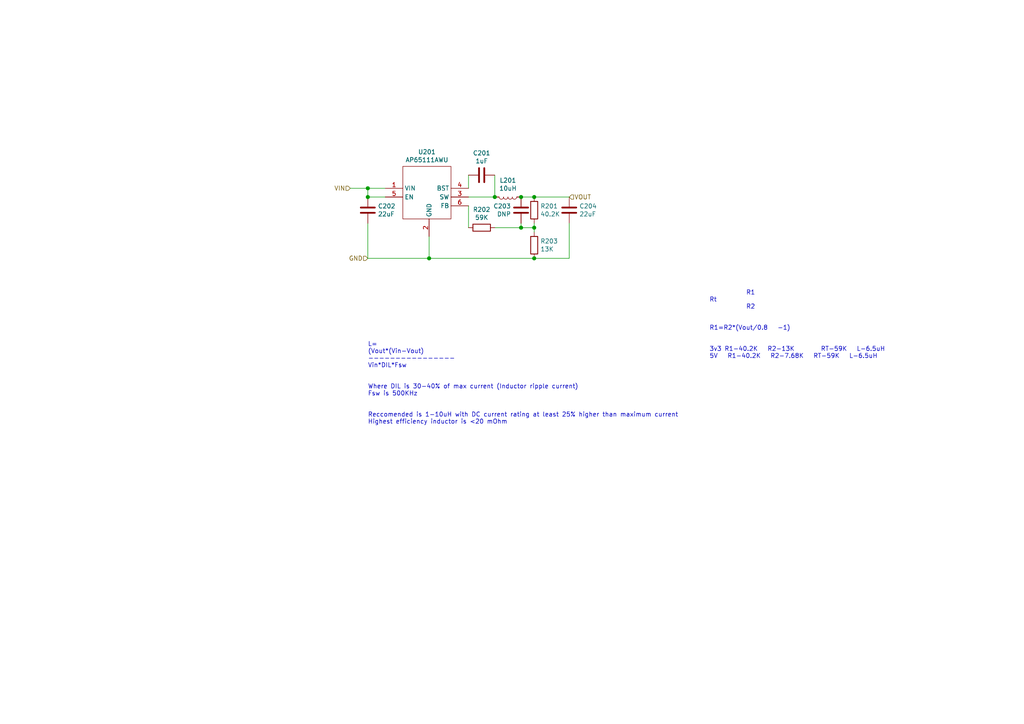
<source format=kicad_sch>
(kicad_sch (version 20220126) (generator eeschema)
  (paper "A4")
  (lib_symbols
    (symbol "AP65111:AP65111AWU"
      (property "Reference" "U" (at 8.89 13.97 0))
      (property "Value" "AP65111AWU" (at 8.89 11.43 0))
      (symbol "AP65111AWU_0_1"
        (rectangle (start 1.27 0) (end 15.24 15.24))
      )
      (symbol "AP65111AWU_1_1"
        (pin power_in line (at -3.81 8.89 0) (length 5.08) (name "VIN") (number "1"))
        (pin power_in line (at 8.89 -5.08 90) (length 5.08) (name "GND") (number "2"))
        (pin power_out line (at 20.32 6.35 180) (length 5.08) (name "SW") (number "3"))
        (pin input line (at 20.32 8.89 180) (length 5.08) (name "BST") (number "4"))
        (pin input line (at -3.81 6.35 0) (length 5.08) (name "EN") (number "5"))
        (pin input line (at 20.32 3.81 180) (length 5.08) (name "FB") (number "6"))
      )
    )
    (symbol "Device:C" (pin_numbers hide) (pin_names (offset 0.254))
      (property "Reference" "C" (at 0.635 2.54 0))
      (property "Value" "C" (at 0.635 -2.54 0))
      (symbol "C_0_1"
        (polyline (pts (xy -2.032 -0.762) (xy 2.032 -0.762)) (stroke (width 0.508)))
        (polyline (pts (xy -2.032 0.762) (xy 2.032 0.762)) (stroke (width 0.508)))
      )
      (symbol "C_1_1"
        (pin passive line (at 0 3.81 270) (length 2.794) (name "~") (number "1"))
        (pin passive line (at 0 -3.81 90) (length 2.794) (name "~") (number "2"))
      )
    )
    (symbol "Device:L" (pin_numbers hide) (pin_names hide)
      (property "Reference" "L" (at -1.27 0 90))
      (property "Value" "L" (at 1.905 0 90))
      (symbol "L_0_1"
        (arc (start 0 -1.27) (mid -0.635 -1.905) (end 0 -2.54))
        (arc (start 0 0) (mid -0.635 -0.635) (end 0 -1.27))
        (arc (start 0 1.27) (mid -0.635 0.635) (end 0 0))
        (arc (start 0 2.54) (mid -0.635 1.905) (end 0 1.27))
      )
      (symbol "L_1_1"
        (pin passive line (at 0 3.81 270) (length 1.27) (name "1") (number "1"))
        (pin passive line (at 0 -3.81 90) (length 1.27) (name "2") (number "2"))
      )
    )
    (symbol "Device:R" (pin_numbers hide) (pin_names (offset 0))
      (property "Reference" "R" (at 2.032 0 90))
      (property "Value" "R" (at 0 0 90))
      (symbol "R_0_1"
        (rectangle (start -1.016 -2.54) (end 1.016 2.54) (stroke (width 0.254)))
      )
      (symbol "R_1_1"
        (pin passive line (at 0 3.81 270) (length 1.27) (name "~") (number "1"))
        (pin passive line (at 0 -3.81 90) (length 1.27) (name "~") (number "2"))
      )
    )
  )
  (junction (at 106.68 54.61) (diameter 1.016))
  (junction (at 106.68 57.15) (diameter 1.016))
  (junction (at 154.94 57.15) (diameter 1.016))
  (junction (at 124.46 74.93) (diameter 1.016))
  (junction (at 154.94 66.04) (diameter 1.016))
  (junction (at 151.13 66.04) (diameter 1.016))
  (junction (at 143.51 57.15) (diameter 1.016))
  (junction (at 151.13 57.15) (diameter 1.016))
  (junction (at 154.94 74.93) (diameter 1.016))
  (wire (pts (xy 154.94 66.04) (xy 154.94 67.31)))
  (wire (pts (xy 151.13 66.04) (xy 154.94 66.04)))
  (wire (pts (xy 154.94 64.77) (xy 154.94 66.04)))
  (wire (pts (xy 143.51 57.15) (xy 135.89 57.15)))
  (wire (pts (xy 111.76 54.61) (xy 106.68 54.61)))
  (wire (pts (xy 143.51 50.8) (xy 143.51 57.15)))
  (wire (pts (xy 151.13 64.77) (xy 151.13 66.04)))
  (wire (pts (xy 106.68 54.61) (xy 101.6 54.61)))
  (wire (pts (xy 143.51 66.04) (xy 151.13 66.04)))
  (wire (pts (xy 124.46 68.58) (xy 124.46 74.93)))
  (wire (pts (xy 154.94 57.15) (xy 151.13 57.15)))
  (wire (pts (xy 111.76 57.15) (xy 106.68 57.15)))
  (wire (pts (xy 154.94 74.93) (xy 124.46 74.93)))
  (wire (pts (xy 165.1 64.77) (xy 165.1 74.93)))
  (wire (pts (xy 135.89 54.61) (xy 135.89 50.8)))
  (wire (pts (xy 165.1 74.93) (xy 154.94 74.93)))
  (wire (pts (xy 165.1 57.15) (xy 154.94 57.15)))
  (wire (pts (xy 106.68 57.15) (xy 106.68 54.61)))
  (wire (pts (xy 135.89 59.69) (xy 135.89 66.04)))
  (wire (pts (xy 124.46 74.93) (xy 106.68 74.93)))
  (wire (pts (xy 106.68 74.93) (xy 106.68 64.77)))
  (text "L=\n(Vout*(Vin-Vout)\n----------------\nVin*DIL*Fsw\n\n\nWhere DIL is 30-40% of max current (Inductor ripple current)\nFsw is 500KHz\n\n\nReccomended is 1-10uH with DC current rating at least 25% higher than maximum current\nHighest efficiency inductor is <20 mOhm" (at 106.68 123.19 0) (effects (font (size 1.27 1.27)) (justify left bottom)))
  (text "           R1\nRt    \n           R2\n\n\nR1=R2*(Vout{slash}0.8   -1)\n\n\n3v3 R1-40.2K   R2-13K        RT-59K   L-6.5uH\n5V   R1-40.2K   R2-7.68K   RT-59K   L-6.5uH" (at 205.74 104.14 0) (effects (font (size 1.27 1.27)) (justify left bottom)))
  (hierarchical_label "VIN" (shape input) (at 101.6 54.61 180))
  (hierarchical_label "GND" (shape input) (at 106.68 74.93 180))
  (hierarchical_label "VOUT" (shape input) (at 165.1 57.15 0))
  (symbol (lib_id "AP65111:AP65111AWU") (at 115.57 63.5 0) (unit 1)
    (property "Reference" "U201" (at 123.825 44.069 0))
    (property "Value" "AP65111AWU" (at 123.825 46.3804 0))
    (property "Footprint" "Package_TO_SOT_SMD:TSOT-23-6_HandSoldering" (effects hide))
  )
  (symbol (lib_id "Device:C") (at 106.68 60.96 0) (unit 1)
    (property "Reference" "C202" (at 109.601 59.7916 0) (effects (justify left)))
    (property "Value" "22uF" (at 109.601 62.103 0) (effects (justify left)))
    (property "Footprint" "Capacitor_SMD:C_Elec_10x10.2" (effects hide))
  )
  (symbol (lib_id "Device:C") (at 139.7 50.8 90) (unit 1)
    (property "Reference" "C201" (at 139.7 44.3992 90))
    (property "Value" "1uF" (at 139.7 46.7106 90))
    (property "Footprint" "Capacitor_SMD:C_0603_1608Metric" (effects hide))
  )
  (symbol (lib_id "Device:L") (at 147.32 57.15 90) (unit 1)
    (property "Reference" "L201" (at 147.32 52.324 90))
    (property "Value" "10uH" (at 147.32 54.6354 90))
    (property "Footprint" "CDRH6D28:CDRH6D28" (effects hide))
  )
  (symbol (lib_id "Device:R") (at 139.7 66.04 90) (unit 1)
    (property "Reference" "R202" (at 139.7 60.7822 90))
    (property "Value" "59K" (at 139.7 63.0936 90))
    (property "Footprint" "Resistor_SMD:R_0603_1608Metric" (effects hide))
  )
  (symbol (lib_id "Device:R") (at 154.94 60.96 0) (unit 1)
    (property "Reference" "R201" (at 156.718 59.7916 0) (effects (justify left)))
    (property "Value" "40.2K" (at 156.718 62.103 0) (effects (justify left)))
    (property "Footprint" "Resistor_SMD:R_0603_1608Metric" (effects hide))
  )
  (symbol (lib_id "Device:R") (at 154.94 71.12 0) (unit 1)
    (property "Reference" "R203" (at 156.718 69.9516 0) (effects (justify left)))
    (property "Value" "13K" (at 156.718 72.263 0) (effects (justify left)))
    (property "Footprint" "Resistor_SMD:R_0603_1608Metric" (effects hide))
  )
  (symbol (lib_id "Device:C") (at 165.1 60.96 0) (unit 1)
    (property "Reference" "C204" (at 168.021 59.7916 0) (effects (justify left)))
    (property "Value" "22uF" (at 168.021 62.103 0) (effects (justify left)))
    (property "Footprint" "Capacitor_SMD:C_Elec_10x10.2" (effects hide))
  )
  (symbol (lib_id "Device:C") (at 151.13 60.96 0) (mirror x) (unit 1)
    (property "Reference" "C203" (at 148.209 59.7916 0) (effects (justify right)))
    (property "Value" "DNP" (at 148.209 62.103 0) (effects (justify right)))
    (property "Footprint" "Capacitor_SMD:C_0805_2012Metric" (effects hide))
  )
)
</source>
